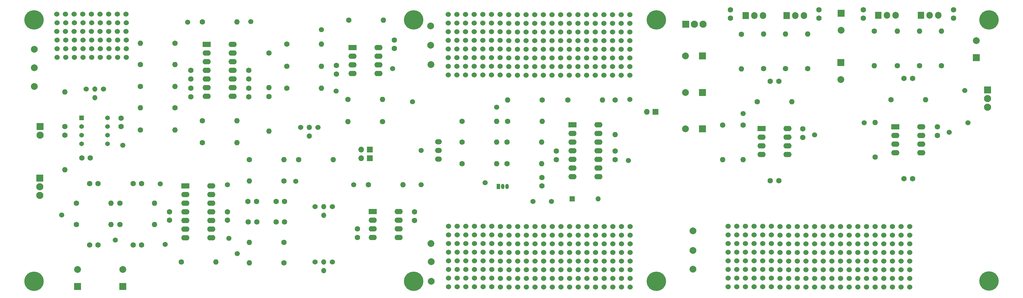
<source format=gts>
G04 #@! TF.GenerationSoftware,KiCad,Pcbnew,8.0.4*
G04 #@! TF.CreationDate,2024-10-07T12:43:38-04:00*
G04 #@! TF.ProjectId,Signal_Processing_Board,5369676e-616c-45f5-9072-6f6365737369,rev?*
G04 #@! TF.SameCoordinates,Original*
G04 #@! TF.FileFunction,Soldermask,Top*
G04 #@! TF.FilePolarity,Negative*
%FSLAX46Y46*%
G04 Gerber Fmt 4.6, Leading zero omitted, Abs format (unit mm)*
G04 Created by KiCad (PCBNEW 8.0.4) date 2024-10-07 12:43:38*
%MOMM*%
%LPD*%
G01*
G04 APERTURE LIST*
%ADD10C,2.000000*%
%ADD11R,2.000000X2.000000*%
%ADD12C,1.600000*%
%ADD13C,1.500000*%
%ADD14C,5.700000*%
%ADD15O,1.600000X1.600000*%
%ADD16R,2.400000X1.600000*%
%ADD17O,2.400000X1.600000*%
%ADD18R,1.700000X1.700000*%
%ADD19O,1.700000X1.700000*%
%ADD20R,2.100000X2.100000*%
%ADD21C,2.100000*%
%ADD22C,1.524000*%
%ADD23O,2.000000X1.500000*%
%ADD24R,1.050000X1.500000*%
%ADD25O,1.050000X1.500000*%
%ADD26O,1.524000X1.524000*%
%ADD27R,1.905000X2.000000*%
%ADD28O,1.905000X2.000000*%
%ADD29R,1.371600X1.371600*%
%ADD30C,1.371600*%
%ADD31O,1.550000X1.550000*%
%ADD32R,1.500000X1.500000*%
%ADD33O,1.500000X1.500000*%
G04 APERTURE END LIST*
D10*
X318340000Y-106512323D03*
D11*
X318340000Y-101512323D03*
X277617677Y-114090000D03*
D10*
X272617677Y-114090000D03*
D11*
X318260000Y-116042323D03*
D10*
X318260000Y-121042323D03*
X358000000Y-109567677D03*
D11*
X358000000Y-114567677D03*
D12*
X324790000Y-102980000D03*
X324790000Y-100480000D03*
D13*
X89330000Y-160828536D03*
D12*
X176260000Y-164888536D03*
X176260000Y-167388536D03*
D14*
X264000000Y-103500000D03*
D12*
X155450000Y-110578536D03*
D15*
X165610000Y-110578536D03*
D12*
X347790000Y-116920000D03*
D15*
X347790000Y-106760000D03*
D12*
X206995000Y-133273536D03*
D15*
X217155000Y-133273536D03*
D12*
X297500000Y-150750000D03*
X300000000Y-150750000D03*
X334790000Y-116920000D03*
D15*
X334790000Y-106760000D03*
D12*
X206995000Y-145773536D03*
D15*
X217155000Y-145773536D03*
D12*
X100070000Y-169578536D03*
X97570000Y-169578536D03*
D13*
X355540000Y-133730000D03*
D12*
X90280000Y-137328536D03*
D15*
X90280000Y-147488536D03*
D13*
X192430000Y-127528536D03*
X107280000Y-140328536D03*
D12*
X154820000Y-162828536D03*
X152320000Y-162828536D03*
D16*
X334230000Y-134860000D03*
D17*
X334230000Y-137400000D03*
X334230000Y-139940000D03*
X334230000Y-142480000D03*
X341850000Y-142480000D03*
X341850000Y-139940000D03*
X341850000Y-137400000D03*
X341850000Y-134860000D03*
D12*
X289500000Y-134420000D03*
D15*
X289500000Y-144580000D03*
D12*
X154610000Y-168828536D03*
D15*
X144450000Y-168828536D03*
D12*
X183610000Y-133328536D03*
D15*
X173450000Y-133328536D03*
D12*
X283500000Y-134420000D03*
D15*
X283500000Y-144580000D03*
D18*
X263745000Y-130500000D03*
D19*
X261205000Y-130500000D03*
D14*
X192750000Y-103500000D03*
D12*
X97570000Y-151578536D03*
X100070000Y-151578536D03*
X297500000Y-121500000D03*
X300000000Y-121500000D03*
D10*
X81280000Y-123078536D03*
D20*
X272670000Y-104750000D03*
D21*
X275210000Y-104750000D03*
X277750000Y-104750000D03*
D22*
X207980000Y-101878536D03*
X207980000Y-106958536D03*
X207990000Y-104418536D03*
X207990000Y-109498536D03*
X207990000Y-112038536D03*
X208000000Y-114578536D03*
X208010000Y-117118536D03*
X208020000Y-119658536D03*
X225760000Y-101918536D03*
X225760000Y-106998536D03*
X225770000Y-104458536D03*
X225770000Y-109538536D03*
X225770000Y-112078536D03*
X225780000Y-114618536D03*
X225790000Y-117158536D03*
X225800000Y-119698536D03*
X241000000Y-101948536D03*
X241000000Y-107028536D03*
X241010000Y-104488536D03*
X241010000Y-109568536D03*
X241010000Y-112108536D03*
X241020000Y-114648536D03*
X241030000Y-117188536D03*
X241040000Y-119728536D03*
X256240000Y-101948536D03*
X256240000Y-107028536D03*
X256250000Y-104488536D03*
X256250000Y-109568536D03*
X256250000Y-112108536D03*
X256260000Y-114648536D03*
X256270000Y-117188536D03*
X256280000Y-119728536D03*
X210520000Y-101878536D03*
X210520000Y-106958536D03*
X210530000Y-104418536D03*
X210530000Y-109498536D03*
X210530000Y-112038536D03*
X210540000Y-114578536D03*
X210550000Y-117118536D03*
X210560000Y-119658536D03*
X228300000Y-101918536D03*
X228300000Y-106998536D03*
X228310000Y-104458536D03*
X228310000Y-109538536D03*
X228310000Y-112078536D03*
X228320000Y-114618536D03*
X228330000Y-117158536D03*
X228340000Y-119698536D03*
X243540000Y-101948536D03*
X243540000Y-107028536D03*
X243550000Y-104488536D03*
X243550000Y-109568536D03*
X243550000Y-112108536D03*
X243560000Y-114648536D03*
X243570000Y-117188536D03*
X243580000Y-119728536D03*
X213060000Y-101878536D03*
X213060000Y-106958536D03*
X213070000Y-104418536D03*
X213070000Y-109498536D03*
X213070000Y-112038536D03*
X213080000Y-114578536D03*
X213090000Y-117118536D03*
X213100000Y-119658536D03*
X230840000Y-101918536D03*
X230840000Y-106998536D03*
X230850000Y-104458536D03*
X230850000Y-109538536D03*
X230850000Y-112078536D03*
X230860000Y-114618536D03*
X230870000Y-117158536D03*
X230880000Y-119698536D03*
X246080000Y-101948536D03*
X246080000Y-107028536D03*
X246090000Y-104488536D03*
X246090000Y-109568536D03*
X246090000Y-112108536D03*
X246100000Y-114648536D03*
X246110000Y-117188536D03*
X246120000Y-119728536D03*
X205440000Y-101878536D03*
X205440000Y-106958536D03*
X205450000Y-104418536D03*
X205450000Y-109498536D03*
X205450000Y-112038536D03*
X205460000Y-114578536D03*
X205470000Y-117118536D03*
X205480000Y-119658536D03*
X223220000Y-101918536D03*
X223220000Y-106998536D03*
X223230000Y-104458536D03*
X223230000Y-109538536D03*
X223230000Y-112078536D03*
X223240000Y-114618536D03*
X223250000Y-117158536D03*
X223260000Y-119698536D03*
X238460000Y-101948536D03*
X238460000Y-107028536D03*
X238470000Y-104488536D03*
X238470000Y-109568536D03*
X238470000Y-112108536D03*
X238480000Y-114648536D03*
X238490000Y-117188536D03*
X238500000Y-119728536D03*
X253700000Y-101948536D03*
X253700000Y-107028536D03*
X253710000Y-104488536D03*
X253710000Y-109568536D03*
X253710000Y-112108536D03*
X253720000Y-114648536D03*
X253730000Y-117188536D03*
X253740000Y-119728536D03*
X215600000Y-101878536D03*
X215600000Y-106958536D03*
X215610000Y-104418536D03*
X215610000Y-109498536D03*
X215610000Y-112038536D03*
X215620000Y-114578536D03*
X215630000Y-117118536D03*
X215640000Y-119658536D03*
X233380000Y-101918536D03*
X233380000Y-106998536D03*
X233390000Y-104458536D03*
X233390000Y-109538536D03*
X233390000Y-112078536D03*
X233400000Y-114618536D03*
X233410000Y-117158536D03*
X233420000Y-119698536D03*
X248620000Y-101948536D03*
X248620000Y-107028536D03*
X248630000Y-104488536D03*
X248630000Y-109568536D03*
X248630000Y-112108536D03*
X248640000Y-114648536D03*
X248650000Y-117188536D03*
X248660000Y-119728536D03*
X202900000Y-101878536D03*
X202900000Y-106958536D03*
X202910000Y-104418536D03*
X202910000Y-109498536D03*
X202910000Y-112038536D03*
X202920000Y-114578536D03*
X202930000Y-117118536D03*
X202940000Y-119658536D03*
X218140000Y-101908536D03*
X218140000Y-106988536D03*
X218150000Y-104448536D03*
X218150000Y-109528536D03*
X218150000Y-112068536D03*
X218160000Y-114608536D03*
X218170000Y-117148536D03*
X218180000Y-119688536D03*
X220680000Y-101918536D03*
X220680000Y-106998536D03*
X220690000Y-104458536D03*
X220690000Y-109538536D03*
X220690000Y-112078536D03*
X220700000Y-114618536D03*
X220710000Y-117158536D03*
X220720000Y-119698536D03*
X235920000Y-101948536D03*
X235920000Y-107028536D03*
X235930000Y-104488536D03*
X235930000Y-109568536D03*
X235930000Y-112108536D03*
X235940000Y-114648536D03*
X235950000Y-117188536D03*
X235960000Y-119728536D03*
X251160000Y-101948536D03*
X251160000Y-107028536D03*
X251170000Y-104488536D03*
X251170000Y-109568536D03*
X251170000Y-112108536D03*
X251180000Y-114648536D03*
X251190000Y-117188536D03*
X251200000Y-119728536D03*
D14*
X264000000Y-180250000D03*
D12*
X121070000Y-162328536D03*
X121070000Y-159828536D03*
D13*
X118330000Y-151628536D03*
D12*
X158990000Y-144578536D03*
D15*
X169150000Y-144578536D03*
D12*
X150280000Y-125998536D03*
D15*
X150280000Y-136158536D03*
D23*
X200030000Y-144368536D03*
X200030000Y-141828536D03*
X200030000Y-139288536D03*
D13*
X325040000Y-133730000D03*
D10*
X197700000Y-105240000D03*
D24*
X217670000Y-152440000D03*
D25*
X218940000Y-152440000D03*
X220210000Y-152440000D03*
D12*
X173700000Y-103578536D03*
D15*
X183860000Y-103578536D03*
D10*
X274750000Y-176750000D03*
D12*
X351290000Y-102980000D03*
X351290000Y-100480000D03*
D18*
X179855000Y-144153536D03*
D19*
X177315000Y-144153536D03*
D12*
X122610000Y-129328536D03*
D15*
X112450000Y-129328536D03*
D13*
X186530000Y-117828536D03*
D12*
X295500000Y-117830000D03*
D15*
X295500000Y-107670000D03*
D12*
X112450000Y-135828536D03*
D15*
X122610000Y-135828536D03*
D13*
X140930000Y-172128536D03*
X138030000Y-151928536D03*
D10*
X274750000Y-165500000D03*
D12*
X220155000Y-139423536D03*
D15*
X230315000Y-139423536D03*
D12*
X127280000Y-123578536D03*
X127280000Y-126078536D03*
X155450000Y-117078536D03*
D15*
X165610000Y-117078536D03*
D22*
X163780000Y-174578536D03*
D26*
X166320000Y-174578536D03*
X166320000Y-177118536D03*
D22*
X168860000Y-174578536D03*
D12*
X251905000Y-142023536D03*
X251905000Y-144523536D03*
D11*
X107280000Y-181828536D03*
D10*
X107280000Y-176828536D03*
X81280000Y-112078536D03*
D12*
X130700000Y-139578536D03*
D15*
X140860000Y-139578536D03*
D12*
X307000000Y-138000000D03*
X307000000Y-135500000D03*
D10*
X197870000Y-174488536D03*
D27*
X290250000Y-102195000D03*
D28*
X292790000Y-102195000D03*
X295330000Y-102195000D03*
D16*
X125700000Y-152288536D03*
D17*
X125700000Y-154828536D03*
X125700000Y-157368536D03*
X125700000Y-159908536D03*
X125700000Y-162448536D03*
X125700000Y-164988536D03*
X125700000Y-167528536D03*
X133320000Y-167528536D03*
X133320000Y-164988536D03*
X133320000Y-162448536D03*
X133320000Y-159908536D03*
X133320000Y-157368536D03*
X133320000Y-154828536D03*
X133320000Y-152288536D03*
D12*
X230405000Y-149773536D03*
X230405000Y-152273536D03*
D13*
X169930000Y-124428536D03*
D12*
X122610000Y-110328536D03*
D15*
X112450000Y-110328536D03*
D12*
X220305000Y-133273536D03*
D15*
X230465000Y-133273536D03*
D14*
X81250000Y-103500000D03*
D12*
X90280000Y-134828536D03*
D15*
X90280000Y-124668536D03*
D13*
X119730000Y-169428536D03*
X158130000Y-150928536D03*
D29*
X95220000Y-132268536D03*
D30*
X95220000Y-134808536D03*
X95220000Y-137348536D03*
X95220000Y-139888536D03*
X102840000Y-139888536D03*
X102840000Y-137348536D03*
X102840000Y-134808536D03*
X102840000Y-132268536D03*
D22*
X208030000Y-164128536D03*
X208030000Y-169208536D03*
X208040000Y-166668536D03*
X208040000Y-171748536D03*
X208040000Y-174288536D03*
X208050000Y-176828536D03*
X208060000Y-179368536D03*
X208070000Y-181908536D03*
X225810000Y-164168536D03*
X225810000Y-169248536D03*
X225820000Y-166708536D03*
X225820000Y-171788536D03*
X225820000Y-174328536D03*
X225830000Y-176868536D03*
X225840000Y-179408536D03*
X225850000Y-181948536D03*
X241050000Y-164198536D03*
X241050000Y-169278536D03*
X241060000Y-166738536D03*
X241060000Y-171818536D03*
X241060000Y-174358536D03*
X241070000Y-176898536D03*
X241080000Y-179438536D03*
X241090000Y-181978536D03*
X256290000Y-164198536D03*
X256290000Y-169278536D03*
X256300000Y-166738536D03*
X256300000Y-171818536D03*
X256300000Y-174358536D03*
X256310000Y-176898536D03*
X256320000Y-179438536D03*
X256330000Y-181978536D03*
X210570000Y-164128536D03*
X210570000Y-169208536D03*
X210580000Y-166668536D03*
X210580000Y-171748536D03*
X210580000Y-174288536D03*
X210590000Y-176828536D03*
X210600000Y-179368536D03*
X210610000Y-181908536D03*
X228350000Y-164168536D03*
X228350000Y-169248536D03*
X228360000Y-166708536D03*
X228360000Y-171788536D03*
X228360000Y-174328536D03*
X228370000Y-176868536D03*
X228380000Y-179408536D03*
X228390000Y-181948536D03*
X243590000Y-164198536D03*
X243590000Y-169278536D03*
X243600000Y-166738536D03*
X243600000Y-171818536D03*
X243600000Y-174358536D03*
X243610000Y-176898536D03*
X243620000Y-179438536D03*
X243630000Y-181978536D03*
X213110000Y-164128536D03*
X213110000Y-169208536D03*
X213120000Y-166668536D03*
X213120000Y-171748536D03*
X213120000Y-174288536D03*
X213130000Y-176828536D03*
X213140000Y-179368536D03*
X213150000Y-181908536D03*
X230890000Y-164168536D03*
X230890000Y-169248536D03*
X230900000Y-166708536D03*
X230900000Y-171788536D03*
X230900000Y-174328536D03*
X230910000Y-176868536D03*
X230920000Y-179408536D03*
X230930000Y-181948536D03*
X246130000Y-164198536D03*
X246130000Y-169278536D03*
X246140000Y-166738536D03*
X246140000Y-171818536D03*
X246140000Y-174358536D03*
X246150000Y-176898536D03*
X246160000Y-179438536D03*
X246170000Y-181978536D03*
X205490000Y-164128536D03*
X205490000Y-169208536D03*
X205500000Y-166668536D03*
X205500000Y-171748536D03*
X205500000Y-174288536D03*
X205510000Y-176828536D03*
X205520000Y-179368536D03*
X205530000Y-181908536D03*
X223270000Y-164168536D03*
X223270000Y-169248536D03*
X223280000Y-166708536D03*
X223280000Y-171788536D03*
X223280000Y-174328536D03*
X223290000Y-176868536D03*
X223300000Y-179408536D03*
X223310000Y-181948536D03*
X238510000Y-164198536D03*
X238510000Y-169278536D03*
X238520000Y-166738536D03*
X238520000Y-171818536D03*
X238520000Y-174358536D03*
X238530000Y-176898536D03*
X238540000Y-179438536D03*
X238550000Y-181978536D03*
X253750000Y-164198536D03*
X253750000Y-169278536D03*
X253760000Y-166738536D03*
X253760000Y-171818536D03*
X253760000Y-174358536D03*
X253770000Y-176898536D03*
X253780000Y-179438536D03*
X253790000Y-181978536D03*
X215650000Y-164128536D03*
X215650000Y-169208536D03*
X215660000Y-166668536D03*
X215660000Y-171748536D03*
X215660000Y-174288536D03*
X215670000Y-176828536D03*
X215680000Y-179368536D03*
X215690000Y-181908536D03*
X233430000Y-164168536D03*
X233430000Y-169248536D03*
X233440000Y-166708536D03*
X233440000Y-171788536D03*
X233440000Y-174328536D03*
X233450000Y-176868536D03*
X233460000Y-179408536D03*
X233470000Y-181948536D03*
X248670000Y-164198536D03*
X248670000Y-169278536D03*
X248680000Y-166738536D03*
X248680000Y-171818536D03*
X248680000Y-174358536D03*
X248690000Y-176898536D03*
X248700000Y-179438536D03*
X248710000Y-181978536D03*
X202950000Y-164128536D03*
X202950000Y-169208536D03*
X202960000Y-166668536D03*
X202960000Y-171748536D03*
X202960000Y-174288536D03*
X202970000Y-176828536D03*
X202980000Y-179368536D03*
X202990000Y-181908536D03*
X218190000Y-164158536D03*
X218190000Y-169238536D03*
X218200000Y-166698536D03*
X218200000Y-171778536D03*
X218200000Y-174318536D03*
X218210000Y-176858536D03*
X218220000Y-179398536D03*
X218230000Y-181938536D03*
X220730000Y-164168536D03*
X220730000Y-169248536D03*
X220740000Y-166708536D03*
X220740000Y-171788536D03*
X220740000Y-174328536D03*
X220750000Y-176868536D03*
X220760000Y-179408536D03*
X220770000Y-181948536D03*
X235970000Y-164198536D03*
X235970000Y-169278536D03*
X235980000Y-166738536D03*
X235980000Y-171818536D03*
X235980000Y-174358536D03*
X235990000Y-176898536D03*
X236000000Y-179438536D03*
X236010000Y-181978536D03*
X251210000Y-164198536D03*
X251210000Y-169278536D03*
X251220000Y-166738536D03*
X251220000Y-171818536D03*
X251220000Y-174358536D03*
X251230000Y-176898536D03*
X251240000Y-179438536D03*
X251250000Y-181978536D03*
D12*
X170090000Y-116888536D03*
X170090000Y-119388536D03*
X289000000Y-107690000D03*
D15*
X289000000Y-117850000D03*
D12*
X106490000Y-157328536D03*
D15*
X116650000Y-157328536D03*
D12*
X332960000Y-126920000D03*
D15*
X343120000Y-126920000D03*
D22*
X96530000Y-123828536D03*
D26*
X99070000Y-123828536D03*
X99070000Y-126368536D03*
D22*
X101610000Y-123828536D03*
D12*
X106780000Y-134828536D03*
X106780000Y-132328536D03*
X220155000Y-145773536D03*
D15*
X230315000Y-145773536D03*
D13*
X233205000Y-156803536D03*
D12*
X311750000Y-103000000D03*
X311750000Y-100500000D03*
D10*
X197830000Y-116590000D03*
D12*
X251905000Y-127043536D03*
D15*
X251905000Y-137203536D03*
D12*
X110320000Y-151578536D03*
X112820000Y-151578536D03*
D22*
X290180000Y-164130000D03*
X290180000Y-169210000D03*
X290190000Y-166670000D03*
X290190000Y-171750000D03*
X290190000Y-174290000D03*
X290200000Y-176830000D03*
X290210000Y-179370000D03*
X290220000Y-181910000D03*
X307960000Y-164170000D03*
X307960000Y-169250000D03*
X307970000Y-166710000D03*
X307970000Y-171790000D03*
X307970000Y-174330000D03*
X307980000Y-176870000D03*
X307990000Y-179410000D03*
X308000000Y-181950000D03*
X323200000Y-164200000D03*
X323200000Y-169280000D03*
X323210000Y-166740000D03*
X323210000Y-171820000D03*
X323210000Y-174360000D03*
X323220000Y-176900000D03*
X323230000Y-179440000D03*
X323240000Y-181980000D03*
X338440000Y-164200000D03*
X338440000Y-169280000D03*
X338450000Y-166740000D03*
X338450000Y-171820000D03*
X338450000Y-174360000D03*
X338460000Y-176900000D03*
X338470000Y-179440000D03*
X338480000Y-181980000D03*
X292720000Y-164130000D03*
X292720000Y-169210000D03*
X292730000Y-166670000D03*
X292730000Y-171750000D03*
X292730000Y-174290000D03*
X292740000Y-176830000D03*
X292750000Y-179370000D03*
X292760000Y-181910000D03*
X310500000Y-164170000D03*
X310500000Y-169250000D03*
X310510000Y-166710000D03*
X310510000Y-171790000D03*
X310510000Y-174330000D03*
X310520000Y-176870000D03*
X310530000Y-179410000D03*
X310540000Y-181950000D03*
X325740000Y-164200000D03*
X325740000Y-169280000D03*
X325750000Y-166740000D03*
X325750000Y-171820000D03*
X325750000Y-174360000D03*
X325760000Y-176900000D03*
X325770000Y-179440000D03*
X325780000Y-181980000D03*
X295260000Y-164130000D03*
X295260000Y-169210000D03*
X295270000Y-166670000D03*
X295270000Y-171750000D03*
X295270000Y-174290000D03*
X295280000Y-176830000D03*
X295290000Y-179370000D03*
X295300000Y-181910000D03*
X313040000Y-164170000D03*
X313040000Y-169250000D03*
X313050000Y-166710000D03*
X313050000Y-171790000D03*
X313050000Y-174330000D03*
X313060000Y-176870000D03*
X313070000Y-179410000D03*
X313080000Y-181950000D03*
X328280000Y-164200000D03*
X328280000Y-169280000D03*
X328290000Y-166740000D03*
X328290000Y-171820000D03*
X328290000Y-174360000D03*
X328300000Y-176900000D03*
X328310000Y-179440000D03*
X328320000Y-181980000D03*
X287640000Y-164130000D03*
X287640000Y-169210000D03*
X287650000Y-166670000D03*
X287650000Y-171750000D03*
X287650000Y-174290000D03*
X287660000Y-176830000D03*
X287670000Y-179370000D03*
X287680000Y-181910000D03*
X305420000Y-164170000D03*
X305420000Y-169250000D03*
X305430000Y-166710000D03*
X305430000Y-171790000D03*
X305430000Y-174330000D03*
X305440000Y-176870000D03*
X305450000Y-179410000D03*
X305460000Y-181950000D03*
X320660000Y-164200000D03*
X320660000Y-169280000D03*
X320670000Y-166740000D03*
X320670000Y-171820000D03*
X320670000Y-174360000D03*
X320680000Y-176900000D03*
X320690000Y-179440000D03*
X320700000Y-181980000D03*
X335900000Y-164200000D03*
X335900000Y-169280000D03*
X335910000Y-166740000D03*
X335910000Y-171820000D03*
X335910000Y-174360000D03*
X335920000Y-176900000D03*
X335930000Y-179440000D03*
X335940000Y-181980000D03*
X297800000Y-164130000D03*
X297800000Y-169210000D03*
X297810000Y-166670000D03*
X297810000Y-171750000D03*
X297810000Y-174290000D03*
X297820000Y-176830000D03*
X297830000Y-179370000D03*
X297840000Y-181910000D03*
X315580000Y-164170000D03*
X315580000Y-169250000D03*
X315590000Y-166710000D03*
X315590000Y-171790000D03*
X315590000Y-174330000D03*
X315600000Y-176870000D03*
X315610000Y-179410000D03*
X315620000Y-181950000D03*
X330820000Y-164200000D03*
X330820000Y-169280000D03*
X330830000Y-166740000D03*
X330830000Y-171820000D03*
X330830000Y-174360000D03*
X330840000Y-176900000D03*
X330850000Y-179440000D03*
X330860000Y-181980000D03*
X285100000Y-164130000D03*
X285100000Y-169210000D03*
X285110000Y-166670000D03*
X285110000Y-171750000D03*
X285110000Y-174290000D03*
X285120000Y-176830000D03*
X285130000Y-179370000D03*
X285140000Y-181910000D03*
X300340000Y-164160000D03*
X300340000Y-169240000D03*
X300350000Y-166700000D03*
X300350000Y-171780000D03*
X300350000Y-174320000D03*
X300360000Y-176860000D03*
X300370000Y-179400000D03*
X300380000Y-181940000D03*
X302880000Y-164170000D03*
X302880000Y-169250000D03*
X302890000Y-166710000D03*
X302890000Y-171790000D03*
X302890000Y-174330000D03*
X302900000Y-176870000D03*
X302910000Y-179410000D03*
X302920000Y-181950000D03*
X318120000Y-164200000D03*
X318120000Y-169280000D03*
X318130000Y-166740000D03*
X318130000Y-171820000D03*
X318130000Y-174360000D03*
X318140000Y-176900000D03*
X318150000Y-179440000D03*
X318160000Y-181980000D03*
X333360000Y-164200000D03*
X333360000Y-169280000D03*
X333370000Y-166740000D03*
X333370000Y-171820000D03*
X333370000Y-174360000D03*
X333380000Y-176900000D03*
X333390000Y-179440000D03*
X333400000Y-181980000D03*
D16*
X131970000Y-110708536D03*
D17*
X131970000Y-113248536D03*
X131970000Y-115788536D03*
X131970000Y-118328536D03*
X131970000Y-120868536D03*
X131970000Y-123408536D03*
X131970000Y-125948536D03*
X139590000Y-125948536D03*
X139590000Y-123408536D03*
X139590000Y-120868536D03*
X139590000Y-118328536D03*
X139590000Y-115788536D03*
X139590000Y-113248536D03*
X139590000Y-110708536D03*
D12*
X110320000Y-169578536D03*
X112820000Y-169578536D03*
X154650000Y-150828536D03*
D15*
X144490000Y-150828536D03*
D14*
X361700000Y-180200000D03*
D12*
X127280000Y-120828536D03*
X127280000Y-118328536D03*
D22*
X159530000Y-135078536D03*
D31*
X162070000Y-135078536D03*
X162070000Y-137618536D03*
D22*
X164610000Y-135078536D03*
D13*
X217130000Y-129128536D03*
D12*
X130700000Y-104078536D03*
D15*
X140860000Y-104078536D03*
D27*
X302290000Y-102195000D03*
D28*
X304830000Y-102195000D03*
X307370000Y-102195000D03*
D13*
X165630000Y-106328536D03*
D12*
X336790000Y-150170000D03*
X339290000Y-150170000D03*
D16*
X239405000Y-134323536D03*
D17*
X239405000Y-136863536D03*
X239405000Y-139403536D03*
X239405000Y-141943536D03*
X239405000Y-144483536D03*
X239405000Y-147023536D03*
X239405000Y-149563536D03*
X247025000Y-149563536D03*
X247025000Y-147023536D03*
X247025000Y-144483536D03*
X247025000Y-141943536D03*
X247025000Y-139403536D03*
X247025000Y-136863536D03*
X247025000Y-134323536D03*
D10*
X274750000Y-171250000D03*
D22*
X163780000Y-158328536D03*
D26*
X166320000Y-158328536D03*
X166320000Y-160868536D03*
D22*
X168860000Y-158328536D03*
D12*
X146650000Y-162828536D03*
X144150000Y-162828536D03*
X173450000Y-126828536D03*
D15*
X183610000Y-126828536D03*
D16*
X174780000Y-111578536D03*
D17*
X174780000Y-114118536D03*
X174780000Y-116658536D03*
X174780000Y-119198536D03*
X182400000Y-119198536D03*
X182400000Y-116658536D03*
X182400000Y-114118536D03*
X182400000Y-111578536D03*
D12*
X130700000Y-133078536D03*
D15*
X140860000Y-133078536D03*
D13*
X194930000Y-151928536D03*
D12*
X154820000Y-156828536D03*
X152320000Y-156828536D03*
D16*
X294940000Y-135440000D03*
D17*
X294940000Y-137980000D03*
X294940000Y-140520000D03*
X294940000Y-143060000D03*
X302560000Y-143060000D03*
X302560000Y-140520000D03*
X302560000Y-137980000D03*
X302560000Y-135440000D03*
D13*
X256280000Y-126828536D03*
D20*
X83030000Y-134788536D03*
D21*
X83030000Y-137328536D03*
D12*
X155450000Y-123578536D03*
D15*
X165610000Y-123578536D03*
D10*
X197710000Y-110920000D03*
D12*
X112450000Y-116578536D03*
D15*
X122610000Y-116578536D03*
D10*
X81280000Y-117578536D03*
D13*
X175130000Y-151928536D03*
D12*
X230485000Y-127023536D03*
D15*
X220325000Y-127023536D03*
D12*
X112450000Y-123078536D03*
D15*
X122610000Y-123078536D03*
D12*
X341290000Y-116920000D03*
D15*
X341290000Y-106760000D03*
D22*
X103200000Y-101828536D03*
X103200000Y-106908536D03*
X103210000Y-104368536D03*
X103210000Y-109448536D03*
X103210000Y-111988536D03*
X103220000Y-114528536D03*
X87960000Y-101788536D03*
X87960000Y-106868536D03*
X87970000Y-104328536D03*
X87970000Y-109408536D03*
X87970000Y-111948536D03*
X87980000Y-114488536D03*
X105740000Y-101828536D03*
X105740000Y-106908536D03*
X105750000Y-104368536D03*
X105750000Y-109448536D03*
X105750000Y-111988536D03*
X105760000Y-114528536D03*
X90500000Y-101788536D03*
X90500000Y-106868536D03*
X90510000Y-104328536D03*
X90510000Y-109408536D03*
X90510000Y-111948536D03*
X90520000Y-114488536D03*
X108280000Y-101828536D03*
X108280000Y-106908536D03*
X108290000Y-104368536D03*
X108290000Y-109448536D03*
X108290000Y-111988536D03*
X108300000Y-114528536D03*
X100660000Y-101828536D03*
X100660000Y-106908536D03*
X100670000Y-104368536D03*
X100670000Y-109448536D03*
X100670000Y-111988536D03*
X100680000Y-114528536D03*
X93040000Y-101788536D03*
X93040000Y-106868536D03*
X93050000Y-104328536D03*
X93050000Y-109408536D03*
X93050000Y-111948536D03*
X93060000Y-114488536D03*
X95580000Y-101818536D03*
X95580000Y-106898536D03*
X95590000Y-104358536D03*
X95590000Y-109438536D03*
X95590000Y-111978536D03*
X95600000Y-114518536D03*
X98120000Y-101828536D03*
X98120000Y-106908536D03*
X98130000Y-104368536D03*
X98130000Y-109448536D03*
X98130000Y-111988536D03*
X98140000Y-114528536D03*
D13*
X289500000Y-131000000D03*
D12*
X285750000Y-103000000D03*
X285750000Y-100500000D03*
X336790000Y-120670000D03*
X339290000Y-120670000D03*
X95280000Y-144078536D03*
X97780000Y-144078536D03*
X193010000Y-159888536D03*
X193010000Y-162388536D03*
X144280000Y-123578536D03*
X144280000Y-126078536D03*
D11*
X277607677Y-135500000D03*
D10*
X272607677Y-135500000D03*
D12*
X150280000Y-113248536D03*
D15*
X150280000Y-123408536D03*
D21*
X361300000Y-129130000D03*
X361300000Y-126590000D03*
D20*
X361300000Y-124050000D03*
D11*
X94030000Y-181828536D03*
D10*
X94030000Y-176828536D03*
D12*
X346540000Y-137420000D03*
X346540000Y-134920000D03*
X144280000Y-120828536D03*
X144280000Y-118328536D03*
D16*
X180760000Y-159768536D03*
D17*
X180760000Y-162308536D03*
X180760000Y-164848536D03*
X180760000Y-167388536D03*
X188380000Y-167388536D03*
X188380000Y-164848536D03*
X188380000Y-162308536D03*
X188380000Y-159768536D03*
D13*
X213730000Y-151328536D03*
X310500000Y-137250000D03*
D14*
X192750000Y-180250000D03*
D12*
X187090000Y-109388536D03*
X187090000Y-111888536D03*
X179430000Y-151888536D03*
D15*
X189590000Y-151888536D03*
D27*
X341790000Y-102120000D03*
D28*
X344330000Y-102120000D03*
X346870000Y-102120000D03*
D13*
X354650000Y-124200000D03*
X227830000Y-156828536D03*
D12*
X293670000Y-127500000D03*
D15*
X303830000Y-127500000D03*
D12*
X93660000Y-163578536D03*
D15*
X103820000Y-163578536D03*
D12*
X93660000Y-157328536D03*
D15*
X103820000Y-157328536D03*
D13*
X138430000Y-167628536D03*
D12*
X106490000Y-163578536D03*
D15*
X116650000Y-163578536D03*
D12*
X206995000Y-139423536D03*
D15*
X217155000Y-139423536D03*
D14*
X81250000Y-180250000D03*
D27*
X329250000Y-102115000D03*
D28*
X331790000Y-102115000D03*
X334330000Y-102115000D03*
D32*
X239340000Y-156023536D03*
D33*
X246960000Y-156023536D03*
D18*
X179855000Y-141553536D03*
D19*
X177315000Y-141553536D03*
D12*
X302000000Y-117830000D03*
D15*
X302000000Y-107670000D03*
D12*
X238075000Y-127023536D03*
D15*
X248235000Y-127023536D03*
D13*
X144930000Y-104028536D03*
D20*
X82920000Y-149988536D03*
D21*
X82920000Y-152528536D03*
X82920000Y-155068536D03*
D12*
X144490000Y-144578536D03*
D15*
X154650000Y-144578536D03*
D13*
X126330000Y-104128536D03*
D12*
X138070000Y-159828536D03*
X138070000Y-162328536D03*
D10*
X197920000Y-180248536D03*
D13*
X194905000Y-141853536D03*
D11*
X277567677Y-124800000D03*
D10*
X272567677Y-124800000D03*
X197800000Y-169168536D03*
D12*
X154650000Y-174828536D03*
D15*
X144490000Y-174828536D03*
D12*
X328040000Y-106760000D03*
D15*
X328040000Y-116920000D03*
D13*
X350040000Y-136480000D03*
X255780000Y-144828536D03*
D12*
X146570000Y-156828536D03*
X144070000Y-156828536D03*
X308500000Y-117830000D03*
D15*
X308500000Y-107670000D03*
D12*
X234655000Y-142023536D03*
X234655000Y-144523536D03*
X124490000Y-174578536D03*
D15*
X134650000Y-174578536D03*
D13*
X105130000Y-168128536D03*
D12*
X328290000Y-143750000D03*
D15*
X328290000Y-133590000D03*
D14*
X361700000Y-103500000D03*
M02*

</source>
